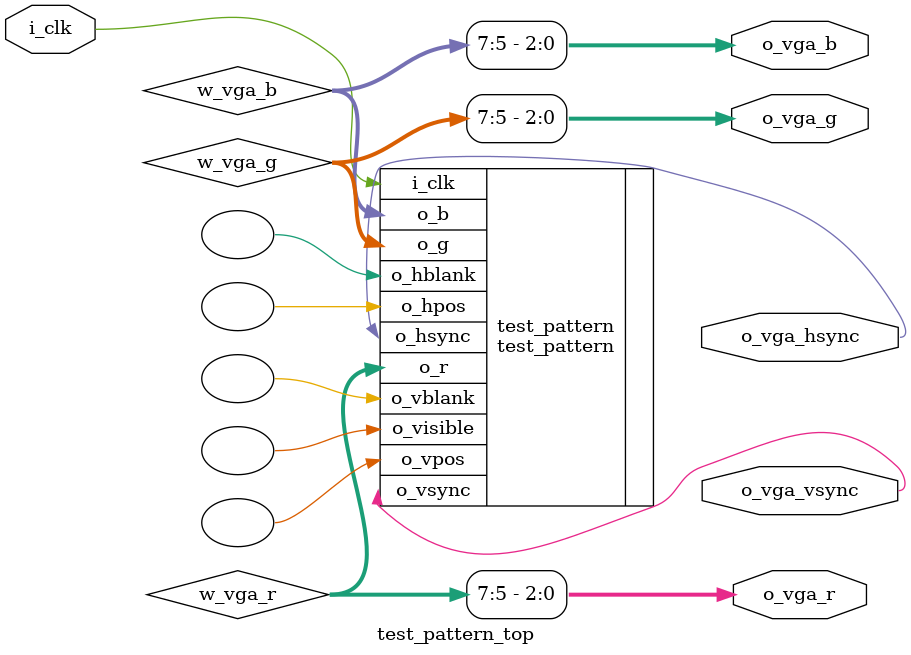
<source format=v>
`default_nettype none

module test_pattern_top (
  input wire          i_clk,
  output wire         o_vga_hsync,
  output wire         o_vga_vsync,
  output wire [2:0]   o_vga_r,
  output wire [2:0]   o_vga_g,
  output wire [2:0]   o_vga_b
);
  
  wire [7:0] w_vga_r;
  wire [7:0] w_vga_g;
  wire [7:0] w_vga_b;
  test_pattern test_pattern (
    .i_clk(i_clk),
    .o_hsync(o_vga_hsync),
    .o_hblank(),
    .o_vsync(o_vga_vsync),
    .o_vblank(),
    .o_hpos(),
    .o_vpos(),
    .o_visible(),
    .o_r(w_vga_r),
    .o_g(w_vga_g),
    .o_b(w_vga_b)
  );

  assign o_vga_r = w_vga_r[7:5];
  assign o_vga_g = w_vga_g[7:5];
  assign o_vga_b = w_vga_b[7:5];

endmodule

</source>
